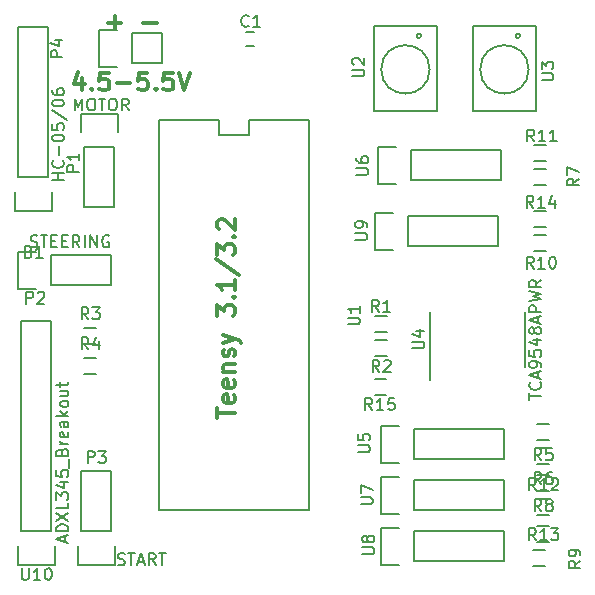
<source format=gto>
G04 #@! TF.FileFunction,Legend,Top*
%FSLAX46Y46*%
G04 Gerber Fmt 4.6, Leading zero omitted, Abs format (unit mm)*
G04 Created by KiCad (PCBNEW (2016-01-17 BZR 6493, Git da9ca2d)-product) date 19.01.2016 21.57.00*
%MOMM*%
G01*
G04 APERTURE LIST*
%ADD10C,0.100000*%
%ADD11C,0.300000*%
%ADD12C,0.150000*%
G04 APERTURE END LIST*
D10*
D11*
X107017704Y-57407691D02*
X107017704Y-58407691D01*
X106660561Y-56836263D02*
X106303418Y-57907691D01*
X107231990Y-57907691D01*
X107803418Y-58264834D02*
X107874846Y-58336263D01*
X107803418Y-58407691D01*
X107731989Y-58336263D01*
X107803418Y-58264834D01*
X107803418Y-58407691D01*
X109231990Y-56907691D02*
X108517704Y-56907691D01*
X108446275Y-57621977D01*
X108517704Y-57550549D01*
X108660561Y-57479120D01*
X109017704Y-57479120D01*
X109160561Y-57550549D01*
X109231990Y-57621977D01*
X109303418Y-57764834D01*
X109303418Y-58121977D01*
X109231990Y-58264834D01*
X109160561Y-58336263D01*
X109017704Y-58407691D01*
X108660561Y-58407691D01*
X108517704Y-58336263D01*
X108446275Y-58264834D01*
X109946275Y-57836263D02*
X111089132Y-57836263D01*
X112517704Y-56907691D02*
X111803418Y-56907691D01*
X111731989Y-57621977D01*
X111803418Y-57550549D01*
X111946275Y-57479120D01*
X112303418Y-57479120D01*
X112446275Y-57550549D01*
X112517704Y-57621977D01*
X112589132Y-57764834D01*
X112589132Y-58121977D01*
X112517704Y-58264834D01*
X112446275Y-58336263D01*
X112303418Y-58407691D01*
X111946275Y-58407691D01*
X111803418Y-58336263D01*
X111731989Y-58264834D01*
X113231989Y-58264834D02*
X113303417Y-58336263D01*
X113231989Y-58407691D01*
X113160560Y-58336263D01*
X113231989Y-58264834D01*
X113231989Y-58407691D01*
X114660561Y-56907691D02*
X113946275Y-56907691D01*
X113874846Y-57621977D01*
X113946275Y-57550549D01*
X114089132Y-57479120D01*
X114446275Y-57479120D01*
X114589132Y-57550549D01*
X114660561Y-57621977D01*
X114731989Y-57764834D01*
X114731989Y-58121977D01*
X114660561Y-58264834D01*
X114589132Y-58336263D01*
X114446275Y-58407691D01*
X114089132Y-58407691D01*
X113946275Y-58336263D01*
X113874846Y-58264834D01*
X115160560Y-56907691D02*
X115660560Y-58407691D01*
X116160560Y-56907691D01*
X109185652Y-52677523D02*
X110328509Y-52677523D01*
X109757080Y-53248951D02*
X109757080Y-52106094D01*
X112185652Y-52677523D02*
X113328509Y-52677523D01*
X118431571Y-86160499D02*
X118431571Y-85303356D01*
X119931571Y-85731927D02*
X118431571Y-85731927D01*
X119860143Y-84231928D02*
X119931571Y-84374785D01*
X119931571Y-84660499D01*
X119860143Y-84803356D01*
X119717286Y-84874785D01*
X119145857Y-84874785D01*
X119003000Y-84803356D01*
X118931571Y-84660499D01*
X118931571Y-84374785D01*
X119003000Y-84231928D01*
X119145857Y-84160499D01*
X119288714Y-84160499D01*
X119431571Y-84874785D01*
X119860143Y-82946214D02*
X119931571Y-83089071D01*
X119931571Y-83374785D01*
X119860143Y-83517642D01*
X119717286Y-83589071D01*
X119145857Y-83589071D01*
X119003000Y-83517642D01*
X118931571Y-83374785D01*
X118931571Y-83089071D01*
X119003000Y-82946214D01*
X119145857Y-82874785D01*
X119288714Y-82874785D01*
X119431571Y-83589071D01*
X118931571Y-82231928D02*
X119931571Y-82231928D01*
X119074429Y-82231928D02*
X119003000Y-82160500D01*
X118931571Y-82017642D01*
X118931571Y-81803357D01*
X119003000Y-81660500D01*
X119145857Y-81589071D01*
X119931571Y-81589071D01*
X119860143Y-80946214D02*
X119931571Y-80803357D01*
X119931571Y-80517642D01*
X119860143Y-80374785D01*
X119717286Y-80303357D01*
X119645857Y-80303357D01*
X119503000Y-80374785D01*
X119431571Y-80517642D01*
X119431571Y-80731928D01*
X119360143Y-80874785D01*
X119217286Y-80946214D01*
X119145857Y-80946214D01*
X119003000Y-80874785D01*
X118931571Y-80731928D01*
X118931571Y-80517642D01*
X119003000Y-80374785D01*
X118931571Y-79803356D02*
X119931571Y-79446213D01*
X118931571Y-79089071D02*
X119931571Y-79446213D01*
X120288714Y-79589071D01*
X120360143Y-79660499D01*
X120431571Y-79803356D01*
X118431571Y-77517642D02*
X118431571Y-76589071D01*
X119003000Y-77089071D01*
X119003000Y-76874785D01*
X119074429Y-76731928D01*
X119145857Y-76660499D01*
X119288714Y-76589071D01*
X119645857Y-76589071D01*
X119788714Y-76660499D01*
X119860143Y-76731928D01*
X119931571Y-76874785D01*
X119931571Y-77303357D01*
X119860143Y-77446214D01*
X119788714Y-77517642D01*
X119788714Y-75946214D02*
X119860143Y-75874786D01*
X119931571Y-75946214D01*
X119860143Y-76017643D01*
X119788714Y-75946214D01*
X119931571Y-75946214D01*
X119931571Y-74446214D02*
X119931571Y-75303357D01*
X119931571Y-74874785D02*
X118431571Y-74874785D01*
X118645857Y-75017642D01*
X118788714Y-75160500D01*
X118860143Y-75303357D01*
X118360143Y-72731929D02*
X120288714Y-74017643D01*
X118431571Y-72374785D02*
X118431571Y-71446214D01*
X119003000Y-71946214D01*
X119003000Y-71731928D01*
X119074429Y-71589071D01*
X119145857Y-71517642D01*
X119288714Y-71446214D01*
X119645857Y-71446214D01*
X119788714Y-71517642D01*
X119860143Y-71589071D01*
X119931571Y-71731928D01*
X119931571Y-72160500D01*
X119860143Y-72303357D01*
X119788714Y-72374785D01*
X119788714Y-70803357D02*
X119860143Y-70731929D01*
X119931571Y-70803357D01*
X119860143Y-70874786D01*
X119788714Y-70803357D01*
X119931571Y-70803357D01*
X118574429Y-70160500D02*
X118503000Y-70089071D01*
X118431571Y-69946214D01*
X118431571Y-69589071D01*
X118503000Y-69446214D01*
X118574429Y-69374785D01*
X118717286Y-69303357D01*
X118860143Y-69303357D01*
X119074429Y-69374785D01*
X119931571Y-70231928D01*
X119931571Y-69303357D01*
D12*
X136437000Y-81827000D02*
X136462000Y-81827000D01*
X136437000Y-77177000D02*
X136462000Y-77177000D01*
X144487000Y-77177000D02*
X144462000Y-77177000D01*
X144487000Y-81827000D02*
X144462000Y-81827000D01*
X136437000Y-81827000D02*
X136437000Y-77177000D01*
X144487000Y-81827000D02*
X144487000Y-77177000D01*
X136462000Y-81827000D02*
X136462000Y-82902000D01*
X126238000Y-60960000D02*
X126238000Y-93980000D01*
X126238000Y-93980000D02*
X113538000Y-93980000D01*
X113538000Y-93980000D02*
X113538000Y-60960000D01*
X113538000Y-60960000D02*
X118618000Y-60960000D01*
X118618000Y-60960000D02*
X118618000Y-62230000D01*
X118618000Y-62230000D02*
X121158000Y-62230000D01*
X121158000Y-62230000D02*
X121158000Y-60960000D01*
X121158000Y-60960000D02*
X126238000Y-60960000D01*
X120879120Y-53446120D02*
X121579120Y-53446120D01*
X121579120Y-54646120D02*
X120879120Y-54646120D01*
X107188000Y-63246000D02*
X107188000Y-68326000D01*
X107188000Y-68326000D02*
X109728000Y-68326000D01*
X109728000Y-68326000D02*
X109728000Y-63246000D01*
X110008000Y-60426000D02*
X110008000Y-61976000D01*
X109728000Y-63246000D02*
X107188000Y-63246000D01*
X106908000Y-61976000D02*
X106908000Y-60426000D01*
X106908000Y-60426000D02*
X110008000Y-60426000D01*
X104394000Y-74930000D02*
X109474000Y-74930000D01*
X109474000Y-74930000D02*
X109474000Y-72390000D01*
X109474000Y-72390000D02*
X104394000Y-72390000D01*
X101574000Y-72110000D02*
X103124000Y-72110000D01*
X104394000Y-72390000D02*
X104394000Y-74930000D01*
X103124000Y-75210000D02*
X101574000Y-75210000D01*
X101574000Y-75210000D02*
X101574000Y-72110000D01*
X109474000Y-95758000D02*
X109474000Y-90678000D01*
X109474000Y-90678000D02*
X106934000Y-90678000D01*
X106934000Y-90678000D02*
X106934000Y-95758000D01*
X106654000Y-98578000D02*
X106654000Y-97028000D01*
X106934000Y-95758000D02*
X109474000Y-95758000D01*
X109754000Y-97028000D02*
X109754000Y-98578000D01*
X109754000Y-98578000D02*
X106654000Y-98578000D01*
X101600000Y-65786000D02*
X101600000Y-53086000D01*
X101600000Y-53086000D02*
X104140000Y-53086000D01*
X104140000Y-53086000D02*
X104140000Y-65786000D01*
X101320000Y-68606000D02*
X101320000Y-67056000D01*
X101600000Y-65786000D02*
X104140000Y-65786000D01*
X104420000Y-67056000D02*
X104420000Y-68606000D01*
X104420000Y-68606000D02*
X101320000Y-68606000D01*
X111252000Y-53594000D02*
X113792000Y-53594000D01*
X108432000Y-53314000D02*
X109982000Y-53314000D01*
X111252000Y-53594000D02*
X111252000Y-56134000D01*
X109982000Y-56414000D02*
X108432000Y-56414000D01*
X108432000Y-56414000D02*
X108432000Y-53314000D01*
X111252000Y-56134000D02*
X113792000Y-56134000D01*
X113792000Y-56134000D02*
X113792000Y-53594000D01*
X131699000Y-53340000D02*
X131699000Y-52959000D01*
X131699000Y-52959000D02*
X137033000Y-52959000D01*
X137033000Y-52959000D02*
X137033000Y-60198000D01*
X137033000Y-60198000D02*
X131699000Y-60198000D01*
X131699000Y-60198000D02*
X131699000Y-53086000D01*
X135702441Y-53797200D02*
G75*
G03X135702441Y-53797200I-193441J0D01*
G01*
X136416332Y-56642000D02*
G75*
G03X136416332Y-56642000I-2050332J0D01*
G01*
X140081000Y-53340000D02*
X140081000Y-52959000D01*
X140081000Y-52959000D02*
X145415000Y-52959000D01*
X145415000Y-52959000D02*
X145415000Y-60198000D01*
X145415000Y-60198000D02*
X140081000Y-60198000D01*
X140081000Y-60198000D02*
X140081000Y-53086000D01*
X144084441Y-53797200D02*
G75*
G03X144084441Y-53797200I-193441J0D01*
G01*
X144798332Y-56642000D02*
G75*
G03X144798332Y-56642000I-2050332J0D01*
G01*
X135128000Y-89662000D02*
X142748000Y-89662000D01*
X135128000Y-87122000D02*
X142748000Y-87122000D01*
X132308000Y-86842000D02*
X133858000Y-86842000D01*
X142748000Y-89662000D02*
X142748000Y-87122000D01*
X135128000Y-87122000D02*
X135128000Y-89662000D01*
X133858000Y-89942000D02*
X132308000Y-89942000D01*
X132308000Y-89942000D02*
X132308000Y-86842000D01*
X134874000Y-66040000D02*
X142494000Y-66040000D01*
X134874000Y-63500000D02*
X142494000Y-63500000D01*
X132054000Y-63220000D02*
X133604000Y-63220000D01*
X142494000Y-66040000D02*
X142494000Y-63500000D01*
X134874000Y-63500000D02*
X134874000Y-66040000D01*
X133604000Y-66320000D02*
X132054000Y-66320000D01*
X132054000Y-66320000D02*
X132054000Y-63220000D01*
X135128000Y-93980000D02*
X142748000Y-93980000D01*
X135128000Y-91440000D02*
X142748000Y-91440000D01*
X132308000Y-91160000D02*
X133858000Y-91160000D01*
X142748000Y-93980000D02*
X142748000Y-91440000D01*
X135128000Y-91440000D02*
X135128000Y-93980000D01*
X133858000Y-94260000D02*
X132308000Y-94260000D01*
X132308000Y-94260000D02*
X132308000Y-91160000D01*
X135128000Y-98298000D02*
X142748000Y-98298000D01*
X135128000Y-95758000D02*
X142748000Y-95758000D01*
X132308000Y-95478000D02*
X133858000Y-95478000D01*
X142748000Y-98298000D02*
X142748000Y-95758000D01*
X135128000Y-95758000D02*
X135128000Y-98298000D01*
X133858000Y-98578000D02*
X132308000Y-98578000D01*
X132308000Y-98578000D02*
X132308000Y-95478000D01*
X134620000Y-71628000D02*
X142240000Y-71628000D01*
X134620000Y-69088000D02*
X142240000Y-69088000D01*
X131800000Y-68808000D02*
X133350000Y-68808000D01*
X142240000Y-71628000D02*
X142240000Y-69088000D01*
X134620000Y-69088000D02*
X134620000Y-71628000D01*
X133350000Y-71908000D02*
X131800000Y-71908000D01*
X131800000Y-71908000D02*
X131800000Y-68808000D01*
X101854000Y-95758000D02*
X101854000Y-77978000D01*
X101854000Y-77978000D02*
X104394000Y-77978000D01*
X104394000Y-77978000D02*
X104394000Y-95758000D01*
X101574000Y-98578000D02*
X101574000Y-97028000D01*
X101854000Y-95758000D02*
X104394000Y-95758000D01*
X104674000Y-97028000D02*
X104674000Y-98578000D01*
X104674000Y-98578000D02*
X101574000Y-98578000D01*
X132834000Y-78907000D02*
X131834000Y-78907000D01*
X131834000Y-77557000D02*
X132834000Y-77557000D01*
X132834000Y-80939000D02*
X131834000Y-80939000D01*
X131834000Y-79589000D02*
X132834000Y-79589000D01*
X108196000Y-79923000D02*
X107196000Y-79923000D01*
X107196000Y-78573000D02*
X108196000Y-78573000D01*
X108196000Y-82463000D02*
X107196000Y-82463000D01*
X107196000Y-81113000D02*
X108196000Y-81113000D01*
X145550000Y-86701000D02*
X146550000Y-86701000D01*
X146550000Y-88051000D02*
X145550000Y-88051000D01*
X145550000Y-88733000D02*
X146550000Y-88733000D01*
X146550000Y-90083000D02*
X145550000Y-90083000D01*
X145296000Y-63079000D02*
X146296000Y-63079000D01*
X146296000Y-64429000D02*
X145296000Y-64429000D01*
X145550000Y-91019000D02*
X146550000Y-91019000D01*
X146550000Y-92369000D02*
X145550000Y-92369000D01*
X145550000Y-95337000D02*
X146550000Y-95337000D01*
X146550000Y-96687000D02*
X145550000Y-96687000D01*
X145296000Y-68667000D02*
X146296000Y-68667000D01*
X146296000Y-70017000D02*
X145296000Y-70017000D01*
X146296000Y-66461000D02*
X145296000Y-66461000D01*
X145296000Y-65111000D02*
X146296000Y-65111000D01*
X146550000Y-94401000D02*
X145550000Y-94401000D01*
X145550000Y-93051000D02*
X146550000Y-93051000D01*
X146163920Y-98711380D02*
X145163920Y-98711380D01*
X145163920Y-97361380D02*
X146163920Y-97361380D01*
X146296000Y-72049000D02*
X145296000Y-72049000D01*
X145296000Y-70699000D02*
X146296000Y-70699000D01*
X132763060Y-84174960D02*
X131763060Y-84174960D01*
X131763060Y-82824960D02*
X132763060Y-82824960D01*
X134964381Y-80263905D02*
X135773905Y-80263905D01*
X135869143Y-80216286D01*
X135916762Y-80168667D01*
X135964381Y-80073429D01*
X135964381Y-79882952D01*
X135916762Y-79787714D01*
X135869143Y-79740095D01*
X135773905Y-79692476D01*
X134964381Y-79692476D01*
X135297714Y-78787714D02*
X135964381Y-78787714D01*
X134916762Y-79025810D02*
X135631048Y-79263905D01*
X135631048Y-78644857D01*
X144864381Y-84621048D02*
X144864381Y-84049619D01*
X145864381Y-84335334D02*
X144864381Y-84335334D01*
X145769143Y-83144857D02*
X145816762Y-83192476D01*
X145864381Y-83335333D01*
X145864381Y-83430571D01*
X145816762Y-83573429D01*
X145721524Y-83668667D01*
X145626286Y-83716286D01*
X145435810Y-83763905D01*
X145292952Y-83763905D01*
X145102476Y-83716286D01*
X145007238Y-83668667D01*
X144912000Y-83573429D01*
X144864381Y-83430571D01*
X144864381Y-83335333D01*
X144912000Y-83192476D01*
X144959619Y-83144857D01*
X145578667Y-82763905D02*
X145578667Y-82287714D01*
X145864381Y-82859143D02*
X144864381Y-82525810D01*
X145864381Y-82192476D01*
X145864381Y-81811524D02*
X145864381Y-81621048D01*
X145816762Y-81525809D01*
X145769143Y-81478190D01*
X145626286Y-81382952D01*
X145435810Y-81335333D01*
X145054857Y-81335333D01*
X144959619Y-81382952D01*
X144912000Y-81430571D01*
X144864381Y-81525809D01*
X144864381Y-81716286D01*
X144912000Y-81811524D01*
X144959619Y-81859143D01*
X145054857Y-81906762D01*
X145292952Y-81906762D01*
X145388190Y-81859143D01*
X145435810Y-81811524D01*
X145483429Y-81716286D01*
X145483429Y-81525809D01*
X145435810Y-81430571D01*
X145388190Y-81382952D01*
X145292952Y-81335333D01*
X144864381Y-80430571D02*
X144864381Y-80906762D01*
X145340571Y-80954381D01*
X145292952Y-80906762D01*
X145245333Y-80811524D01*
X145245333Y-80573428D01*
X145292952Y-80478190D01*
X145340571Y-80430571D01*
X145435810Y-80382952D01*
X145673905Y-80382952D01*
X145769143Y-80430571D01*
X145816762Y-80478190D01*
X145864381Y-80573428D01*
X145864381Y-80811524D01*
X145816762Y-80906762D01*
X145769143Y-80954381D01*
X145197714Y-79525809D02*
X145864381Y-79525809D01*
X144816762Y-79763905D02*
X145531048Y-80002000D01*
X145531048Y-79382952D01*
X145292952Y-78859143D02*
X145245333Y-78954381D01*
X145197714Y-79002000D01*
X145102476Y-79049619D01*
X145054857Y-79049619D01*
X144959619Y-79002000D01*
X144912000Y-78954381D01*
X144864381Y-78859143D01*
X144864381Y-78668666D01*
X144912000Y-78573428D01*
X144959619Y-78525809D01*
X145054857Y-78478190D01*
X145102476Y-78478190D01*
X145197714Y-78525809D01*
X145245333Y-78573428D01*
X145292952Y-78668666D01*
X145292952Y-78859143D01*
X145340571Y-78954381D01*
X145388190Y-79002000D01*
X145483429Y-79049619D01*
X145673905Y-79049619D01*
X145769143Y-79002000D01*
X145816762Y-78954381D01*
X145864381Y-78859143D01*
X145864381Y-78668666D01*
X145816762Y-78573428D01*
X145769143Y-78525809D01*
X145673905Y-78478190D01*
X145483429Y-78478190D01*
X145388190Y-78525809D01*
X145340571Y-78573428D01*
X145292952Y-78668666D01*
X145578667Y-78097238D02*
X145578667Y-77621047D01*
X145864381Y-78192476D02*
X144864381Y-77859143D01*
X145864381Y-77525809D01*
X145864381Y-77192476D02*
X144864381Y-77192476D01*
X144864381Y-76811523D01*
X144912000Y-76716285D01*
X144959619Y-76668666D01*
X145054857Y-76621047D01*
X145197714Y-76621047D01*
X145292952Y-76668666D01*
X145340571Y-76716285D01*
X145388190Y-76811523D01*
X145388190Y-77192476D01*
X144864381Y-76287714D02*
X145864381Y-76049619D01*
X145150095Y-75859142D01*
X145864381Y-75668666D01*
X144864381Y-75430571D01*
X145864381Y-74478190D02*
X145388190Y-74811524D01*
X145864381Y-75049619D02*
X144864381Y-75049619D01*
X144864381Y-74668666D01*
X144912000Y-74573428D01*
X144959619Y-74525809D01*
X145054857Y-74478190D01*
X145197714Y-74478190D01*
X145292952Y-74525809D01*
X145340571Y-74573428D01*
X145388190Y-74668666D01*
X145388190Y-75049619D01*
X129500381Y-78231905D02*
X130309905Y-78231905D01*
X130405143Y-78184286D01*
X130452762Y-78136667D01*
X130500381Y-78041429D01*
X130500381Y-77850952D01*
X130452762Y-77755714D01*
X130405143Y-77708095D01*
X130309905Y-77660476D01*
X129500381Y-77660476D01*
X130500381Y-76660476D02*
X130500381Y-77231905D01*
X130500381Y-76946191D02*
X129500381Y-76946191D01*
X129643238Y-77041429D01*
X129738476Y-77136667D01*
X129786095Y-77231905D01*
X121095474Y-52950383D02*
X121047855Y-52998002D01*
X120904998Y-53045621D01*
X120809760Y-53045621D01*
X120666902Y-52998002D01*
X120571664Y-52902764D01*
X120524045Y-52807526D01*
X120476426Y-52617050D01*
X120476426Y-52474192D01*
X120524045Y-52283716D01*
X120571664Y-52188478D01*
X120666902Y-52093240D01*
X120809760Y-52045621D01*
X120904998Y-52045621D01*
X121047855Y-52093240D01*
X121095474Y-52140859D01*
X122047855Y-53045621D02*
X121476426Y-53045621D01*
X121762140Y-53045621D02*
X121762140Y-52045621D01*
X121666902Y-52188478D01*
X121571664Y-52283716D01*
X121476426Y-52331335D01*
X106741221Y-65292195D02*
X105741221Y-65292195D01*
X105741221Y-64911242D01*
X105788840Y-64816004D01*
X105836459Y-64768385D01*
X105931697Y-64720766D01*
X106074554Y-64720766D01*
X106169792Y-64768385D01*
X106217411Y-64816004D01*
X106265030Y-64911242D01*
X106265030Y-65292195D01*
X106741221Y-63768385D02*
X106741221Y-64339814D01*
X106741221Y-64054100D02*
X105741221Y-64054100D01*
X105884078Y-64149338D01*
X105979316Y-64244576D01*
X106026935Y-64339814D01*
X106356115Y-60111901D02*
X106356115Y-59111901D01*
X106689449Y-59826187D01*
X107022782Y-59111901D01*
X107022782Y-60111901D01*
X107689448Y-59111901D02*
X107879925Y-59111901D01*
X107975163Y-59159520D01*
X108070401Y-59254758D01*
X108118020Y-59445234D01*
X108118020Y-59778568D01*
X108070401Y-59969044D01*
X107975163Y-60064282D01*
X107879925Y-60111901D01*
X107689448Y-60111901D01*
X107594210Y-60064282D01*
X107498972Y-59969044D01*
X107451353Y-59778568D01*
X107451353Y-59445234D01*
X107498972Y-59254758D01*
X107594210Y-59159520D01*
X107689448Y-59111901D01*
X108403734Y-59111901D02*
X108975163Y-59111901D01*
X108689448Y-60111901D02*
X108689448Y-59111901D01*
X109498972Y-59111901D02*
X109689449Y-59111901D01*
X109784687Y-59159520D01*
X109879925Y-59254758D01*
X109927544Y-59445234D01*
X109927544Y-59778568D01*
X109879925Y-59969044D01*
X109784687Y-60064282D01*
X109689449Y-60111901D01*
X109498972Y-60111901D01*
X109403734Y-60064282D01*
X109308496Y-59969044D01*
X109260877Y-59778568D01*
X109260877Y-59445234D01*
X109308496Y-59254758D01*
X109403734Y-59159520D01*
X109498972Y-59111901D01*
X110927544Y-60111901D02*
X110594210Y-59635710D01*
X110356115Y-60111901D02*
X110356115Y-59111901D01*
X110737068Y-59111901D01*
X110832306Y-59159520D01*
X110879925Y-59207139D01*
X110927544Y-59302377D01*
X110927544Y-59445234D01*
X110879925Y-59540472D01*
X110832306Y-59588091D01*
X110737068Y-59635710D01*
X110356115Y-59635710D01*
X102279225Y-76464421D02*
X102279225Y-75464421D01*
X102660178Y-75464421D01*
X102755416Y-75512040D01*
X102803035Y-75559659D01*
X102850654Y-75654897D01*
X102850654Y-75797754D01*
X102803035Y-75892992D01*
X102755416Y-75940611D01*
X102660178Y-75988230D01*
X102279225Y-75988230D01*
X103231606Y-75559659D02*
X103279225Y-75512040D01*
X103374463Y-75464421D01*
X103612559Y-75464421D01*
X103707797Y-75512040D01*
X103755416Y-75559659D01*
X103803035Y-75654897D01*
X103803035Y-75750135D01*
X103755416Y-75892992D01*
X103183987Y-76464421D01*
X103803035Y-76464421D01*
X102630387Y-71656842D02*
X102773244Y-71704461D01*
X103011340Y-71704461D01*
X103106578Y-71656842D01*
X103154197Y-71609223D01*
X103201816Y-71513985D01*
X103201816Y-71418747D01*
X103154197Y-71323509D01*
X103106578Y-71275890D01*
X103011340Y-71228270D01*
X102820863Y-71180651D01*
X102725625Y-71133032D01*
X102678006Y-71085413D01*
X102630387Y-70990175D01*
X102630387Y-70894937D01*
X102678006Y-70799699D01*
X102725625Y-70752080D01*
X102820863Y-70704461D01*
X103058959Y-70704461D01*
X103201816Y-70752080D01*
X103487530Y-70704461D02*
X104058959Y-70704461D01*
X103773244Y-71704461D02*
X103773244Y-70704461D01*
X104392292Y-71180651D02*
X104725626Y-71180651D01*
X104868483Y-71704461D02*
X104392292Y-71704461D01*
X104392292Y-70704461D01*
X104868483Y-70704461D01*
X105297054Y-71180651D02*
X105630388Y-71180651D01*
X105773245Y-71704461D02*
X105297054Y-71704461D01*
X105297054Y-70704461D01*
X105773245Y-70704461D01*
X106773245Y-71704461D02*
X106439911Y-71228270D01*
X106201816Y-71704461D02*
X106201816Y-70704461D01*
X106582769Y-70704461D01*
X106678007Y-70752080D01*
X106725626Y-70799699D01*
X106773245Y-70894937D01*
X106773245Y-71037794D01*
X106725626Y-71133032D01*
X106678007Y-71180651D01*
X106582769Y-71228270D01*
X106201816Y-71228270D01*
X107201816Y-71704461D02*
X107201816Y-70704461D01*
X107678006Y-71704461D02*
X107678006Y-70704461D01*
X108249435Y-71704461D01*
X108249435Y-70704461D01*
X109249435Y-70752080D02*
X109154197Y-70704461D01*
X109011340Y-70704461D01*
X108868482Y-70752080D01*
X108773244Y-70847318D01*
X108725625Y-70942556D01*
X108678006Y-71133032D01*
X108678006Y-71275890D01*
X108725625Y-71466366D01*
X108773244Y-71561604D01*
X108868482Y-71656842D01*
X109011340Y-71704461D01*
X109106578Y-71704461D01*
X109249435Y-71656842D01*
X109297054Y-71609223D01*
X109297054Y-71275890D01*
X109106578Y-71275890D01*
X107476065Y-89969601D02*
X107476065Y-88969601D01*
X107857018Y-88969601D01*
X107952256Y-89017220D01*
X107999875Y-89064839D01*
X108047494Y-89160077D01*
X108047494Y-89302934D01*
X107999875Y-89398172D01*
X107952256Y-89445791D01*
X107857018Y-89493410D01*
X107476065Y-89493410D01*
X108380827Y-88969601D02*
X108999875Y-88969601D01*
X108666541Y-89350553D01*
X108809399Y-89350553D01*
X108904637Y-89398172D01*
X108952256Y-89445791D01*
X108999875Y-89541030D01*
X108999875Y-89779125D01*
X108952256Y-89874363D01*
X108904637Y-89921982D01*
X108809399Y-89969601D01*
X108523684Y-89969601D01*
X108428446Y-89921982D01*
X108380827Y-89874363D01*
X110027649Y-98563062D02*
X110170506Y-98610681D01*
X110408602Y-98610681D01*
X110503840Y-98563062D01*
X110551459Y-98515443D01*
X110599078Y-98420205D01*
X110599078Y-98324967D01*
X110551459Y-98229729D01*
X110503840Y-98182110D01*
X110408602Y-98134490D01*
X110218125Y-98086871D01*
X110122887Y-98039252D01*
X110075268Y-97991633D01*
X110027649Y-97896395D01*
X110027649Y-97801157D01*
X110075268Y-97705919D01*
X110122887Y-97658300D01*
X110218125Y-97610681D01*
X110456221Y-97610681D01*
X110599078Y-97658300D01*
X110884792Y-97610681D02*
X111456221Y-97610681D01*
X111170506Y-98610681D02*
X111170506Y-97610681D01*
X111741935Y-98324967D02*
X112218126Y-98324967D01*
X111646697Y-98610681D02*
X111980030Y-97610681D01*
X112313364Y-98610681D01*
X113218126Y-98610681D02*
X112884792Y-98134490D01*
X112646697Y-98610681D02*
X112646697Y-97610681D01*
X113027650Y-97610681D01*
X113122888Y-97658300D01*
X113170507Y-97705919D01*
X113218126Y-97801157D01*
X113218126Y-97944014D01*
X113170507Y-98039252D01*
X113122888Y-98086871D01*
X113027650Y-98134490D01*
X112646697Y-98134490D01*
X113503840Y-97610681D02*
X114075269Y-97610681D01*
X113789554Y-98610681D02*
X113789554Y-97610681D01*
X102465239Y-72084571D02*
X102608096Y-72132190D01*
X102655715Y-72179810D01*
X102703334Y-72275048D01*
X102703334Y-72417905D01*
X102655715Y-72513143D01*
X102608096Y-72560762D01*
X102512858Y-72608381D01*
X102131905Y-72608381D01*
X102131905Y-71608381D01*
X102465239Y-71608381D01*
X102560477Y-71656000D01*
X102608096Y-71703619D01*
X102655715Y-71798857D01*
X102655715Y-71894095D01*
X102608096Y-71989333D01*
X102560477Y-72036952D01*
X102465239Y-72084571D01*
X102131905Y-72084571D01*
X103655715Y-72608381D02*
X103084286Y-72608381D01*
X103370000Y-72608381D02*
X103370000Y-71608381D01*
X103274762Y-71751238D01*
X103179524Y-71846476D01*
X103084286Y-71894095D01*
X105458521Y-65971893D02*
X104458521Y-65971893D01*
X104934711Y-65971893D02*
X104934711Y-65400464D01*
X105458521Y-65400464D02*
X104458521Y-65400464D01*
X105363283Y-64352845D02*
X105410902Y-64400464D01*
X105458521Y-64543321D01*
X105458521Y-64638559D01*
X105410902Y-64781417D01*
X105315664Y-64876655D01*
X105220426Y-64924274D01*
X105029950Y-64971893D01*
X104887092Y-64971893D01*
X104696616Y-64924274D01*
X104601378Y-64876655D01*
X104506140Y-64781417D01*
X104458521Y-64638559D01*
X104458521Y-64543321D01*
X104506140Y-64400464D01*
X104553759Y-64352845D01*
X105077569Y-63924274D02*
X105077569Y-63162369D01*
X104458521Y-62495703D02*
X104458521Y-62400464D01*
X104506140Y-62305226D01*
X104553759Y-62257607D01*
X104648997Y-62209988D01*
X104839473Y-62162369D01*
X105077569Y-62162369D01*
X105268045Y-62209988D01*
X105363283Y-62257607D01*
X105410902Y-62305226D01*
X105458521Y-62400464D01*
X105458521Y-62495703D01*
X105410902Y-62590941D01*
X105363283Y-62638560D01*
X105268045Y-62686179D01*
X105077569Y-62733798D01*
X104839473Y-62733798D01*
X104648997Y-62686179D01*
X104553759Y-62638560D01*
X104506140Y-62590941D01*
X104458521Y-62495703D01*
X104458521Y-61257607D02*
X104458521Y-61733798D01*
X104934711Y-61781417D01*
X104887092Y-61733798D01*
X104839473Y-61638560D01*
X104839473Y-61400464D01*
X104887092Y-61305226D01*
X104934711Y-61257607D01*
X105029950Y-61209988D01*
X105268045Y-61209988D01*
X105363283Y-61257607D01*
X105410902Y-61305226D01*
X105458521Y-61400464D01*
X105458521Y-61638560D01*
X105410902Y-61733798D01*
X105363283Y-61781417D01*
X104410902Y-60067131D02*
X105696616Y-60924274D01*
X104458521Y-59543322D02*
X104458521Y-59448083D01*
X104506140Y-59352845D01*
X104553759Y-59305226D01*
X104648997Y-59257607D01*
X104839473Y-59209988D01*
X105077569Y-59209988D01*
X105268045Y-59257607D01*
X105363283Y-59305226D01*
X105410902Y-59352845D01*
X105458521Y-59448083D01*
X105458521Y-59543322D01*
X105410902Y-59638560D01*
X105363283Y-59686179D01*
X105268045Y-59733798D01*
X105077569Y-59781417D01*
X104839473Y-59781417D01*
X104648997Y-59733798D01*
X104553759Y-59686179D01*
X104506140Y-59638560D01*
X104458521Y-59543322D01*
X104458521Y-58352845D02*
X104458521Y-58543322D01*
X104506140Y-58638560D01*
X104553759Y-58686179D01*
X104696616Y-58781417D01*
X104887092Y-58829036D01*
X105268045Y-58829036D01*
X105363283Y-58781417D01*
X105410902Y-58733798D01*
X105458521Y-58638560D01*
X105458521Y-58448083D01*
X105410902Y-58352845D01*
X105363283Y-58305226D01*
X105268045Y-58257607D01*
X105029950Y-58257607D01*
X104934711Y-58305226D01*
X104887092Y-58352845D01*
X104839473Y-58448083D01*
X104839473Y-58638560D01*
X104887092Y-58733798D01*
X104934711Y-58781417D01*
X105029950Y-58829036D01*
X105334381Y-55602095D02*
X104334381Y-55602095D01*
X104334381Y-55221142D01*
X104382000Y-55125904D01*
X104429619Y-55078285D01*
X104524857Y-55030666D01*
X104667714Y-55030666D01*
X104762952Y-55078285D01*
X104810571Y-55125904D01*
X104858190Y-55221142D01*
X104858190Y-55602095D01*
X104667714Y-54173523D02*
X105334381Y-54173523D01*
X104286762Y-54411619D02*
X105001048Y-54649714D01*
X105001048Y-54030666D01*
X129886461Y-57233725D02*
X130695985Y-57233725D01*
X130791223Y-57186106D01*
X130838842Y-57138487D01*
X130886461Y-57043249D01*
X130886461Y-56852772D01*
X130838842Y-56757534D01*
X130791223Y-56709915D01*
X130695985Y-56662296D01*
X129886461Y-56662296D01*
X129981699Y-56233725D02*
X129934080Y-56186106D01*
X129886461Y-56090868D01*
X129886461Y-55852772D01*
X129934080Y-55757534D01*
X129981699Y-55709915D01*
X130076937Y-55662296D01*
X130172175Y-55662296D01*
X130315032Y-55709915D01*
X130886461Y-56281344D01*
X130886461Y-55662296D01*
X145898621Y-57551225D02*
X146708145Y-57551225D01*
X146803383Y-57503606D01*
X146851002Y-57455987D01*
X146898621Y-57360749D01*
X146898621Y-57170272D01*
X146851002Y-57075034D01*
X146803383Y-57027415D01*
X146708145Y-56979796D01*
X145898621Y-56979796D01*
X145898621Y-56598844D02*
X145898621Y-55979796D01*
X146279573Y-56313130D01*
X146279573Y-56170272D01*
X146327192Y-56075034D01*
X146374811Y-56027415D01*
X146470050Y-55979796D01*
X146708145Y-55979796D01*
X146803383Y-56027415D01*
X146851002Y-56075034D01*
X146898621Y-56170272D01*
X146898621Y-56455987D01*
X146851002Y-56551225D01*
X146803383Y-56598844D01*
X130358901Y-89054845D02*
X131168425Y-89054845D01*
X131263663Y-89007226D01*
X131311282Y-88959607D01*
X131358901Y-88864369D01*
X131358901Y-88673892D01*
X131311282Y-88578654D01*
X131263663Y-88531035D01*
X131168425Y-88483416D01*
X130358901Y-88483416D01*
X130358901Y-87531035D02*
X130358901Y-88007226D01*
X130835091Y-88054845D01*
X130787472Y-88007226D01*
X130739853Y-87911988D01*
X130739853Y-87673892D01*
X130787472Y-87578654D01*
X130835091Y-87531035D01*
X130930330Y-87483416D01*
X131168425Y-87483416D01*
X131263663Y-87531035D01*
X131311282Y-87578654D01*
X131358901Y-87673892D01*
X131358901Y-87911988D01*
X131311282Y-88007226D01*
X131263663Y-88054845D01*
X130224281Y-65580165D02*
X131033805Y-65580165D01*
X131129043Y-65532546D01*
X131176662Y-65484927D01*
X131224281Y-65389689D01*
X131224281Y-65199212D01*
X131176662Y-65103974D01*
X131129043Y-65056355D01*
X131033805Y-65008736D01*
X130224281Y-65008736D01*
X130224281Y-64103974D02*
X130224281Y-64294451D01*
X130271900Y-64389689D01*
X130319519Y-64437308D01*
X130462376Y-64532546D01*
X130652852Y-64580165D01*
X131033805Y-64580165D01*
X131129043Y-64532546D01*
X131176662Y-64484927D01*
X131224281Y-64389689D01*
X131224281Y-64199212D01*
X131176662Y-64103974D01*
X131129043Y-64056355D01*
X131033805Y-64008736D01*
X130795710Y-64008736D01*
X130700471Y-64056355D01*
X130652852Y-64103974D01*
X130605233Y-64199212D01*
X130605233Y-64389689D01*
X130652852Y-64484927D01*
X130700471Y-64532546D01*
X130795710Y-64580165D01*
X130587501Y-93454125D02*
X131397025Y-93454125D01*
X131492263Y-93406506D01*
X131539882Y-93358887D01*
X131587501Y-93263649D01*
X131587501Y-93073172D01*
X131539882Y-92977934D01*
X131492263Y-92930315D01*
X131397025Y-92882696D01*
X130587501Y-92882696D01*
X130587501Y-92501744D02*
X130587501Y-91835077D01*
X131587501Y-92263649D01*
X130719581Y-97680685D02*
X131529105Y-97680685D01*
X131624343Y-97633066D01*
X131671962Y-97585447D01*
X131719581Y-97490209D01*
X131719581Y-97299732D01*
X131671962Y-97204494D01*
X131624343Y-97156875D01*
X131529105Y-97109256D01*
X130719581Y-97109256D01*
X131148152Y-96490209D02*
X131100533Y-96585447D01*
X131052914Y-96633066D01*
X130957676Y-96680685D01*
X130910057Y-96680685D01*
X130814819Y-96633066D01*
X130767200Y-96585447D01*
X130719581Y-96490209D01*
X130719581Y-96299732D01*
X130767200Y-96204494D01*
X130814819Y-96156875D01*
X130910057Y-96109256D01*
X130957676Y-96109256D01*
X131052914Y-96156875D01*
X131100533Y-96204494D01*
X131148152Y-96299732D01*
X131148152Y-96490209D01*
X131195771Y-96585447D01*
X131243390Y-96633066D01*
X131338629Y-96680685D01*
X131529105Y-96680685D01*
X131624343Y-96633066D01*
X131671962Y-96585447D01*
X131719581Y-96490209D01*
X131719581Y-96299732D01*
X131671962Y-96204494D01*
X131624343Y-96156875D01*
X131529105Y-96109256D01*
X131338629Y-96109256D01*
X131243390Y-96156875D01*
X131195771Y-96204494D01*
X131148152Y-96299732D01*
X130130301Y-71064025D02*
X130939825Y-71064025D01*
X131035063Y-71016406D01*
X131082682Y-70968787D01*
X131130301Y-70873549D01*
X131130301Y-70683072D01*
X131082682Y-70587834D01*
X131035063Y-70540215D01*
X130939825Y-70492596D01*
X130130301Y-70492596D01*
X131130301Y-69968787D02*
X131130301Y-69778311D01*
X131082682Y-69683072D01*
X131035063Y-69635453D01*
X130892206Y-69540215D01*
X130701730Y-69492596D01*
X130320777Y-69492596D01*
X130225539Y-69540215D01*
X130177920Y-69587834D01*
X130130301Y-69683072D01*
X130130301Y-69873549D01*
X130177920Y-69968787D01*
X130225539Y-70016406D01*
X130320777Y-70064025D01*
X130558872Y-70064025D01*
X130654110Y-70016406D01*
X130701730Y-69968787D01*
X130749349Y-69873549D01*
X130749349Y-69683072D01*
X130701730Y-69587834D01*
X130654110Y-69540215D01*
X130558872Y-69492596D01*
X101885905Y-98867981D02*
X101885905Y-99677505D01*
X101933524Y-99772743D01*
X101981143Y-99820362D01*
X102076381Y-99867981D01*
X102266858Y-99867981D01*
X102362096Y-99820362D01*
X102409715Y-99772743D01*
X102457334Y-99677505D01*
X102457334Y-98867981D01*
X103457334Y-99867981D02*
X102885905Y-99867981D01*
X103171619Y-99867981D02*
X103171619Y-98867981D01*
X103076381Y-99010838D01*
X102981143Y-99106076D01*
X102885905Y-99153695D01*
X104076381Y-98867981D02*
X104171620Y-98867981D01*
X104266858Y-98915600D01*
X104314477Y-98963219D01*
X104362096Y-99058457D01*
X104409715Y-99248933D01*
X104409715Y-99487029D01*
X104362096Y-99677505D01*
X104314477Y-99772743D01*
X104266858Y-99820362D01*
X104171620Y-99867981D01*
X104076381Y-99867981D01*
X103981143Y-99820362D01*
X103933524Y-99772743D01*
X103885905Y-99677505D01*
X103838286Y-99487029D01*
X103838286Y-99248933D01*
X103885905Y-99058457D01*
X103933524Y-98963219D01*
X103981143Y-98915600D01*
X104076381Y-98867981D01*
X105538567Y-96645527D02*
X105538567Y-96169336D01*
X105824281Y-96740765D02*
X104824281Y-96407432D01*
X105824281Y-96074098D01*
X105824281Y-95740765D02*
X104824281Y-95740765D01*
X104824281Y-95502670D01*
X104871900Y-95359812D01*
X104967138Y-95264574D01*
X105062376Y-95216955D01*
X105252852Y-95169336D01*
X105395710Y-95169336D01*
X105586186Y-95216955D01*
X105681424Y-95264574D01*
X105776662Y-95359812D01*
X105824281Y-95502670D01*
X105824281Y-95740765D01*
X104824281Y-94836003D02*
X105824281Y-94169336D01*
X104824281Y-94169336D02*
X105824281Y-94836003D01*
X105824281Y-93312193D02*
X105824281Y-93788384D01*
X104824281Y-93788384D01*
X104824281Y-93074098D02*
X104824281Y-92455050D01*
X105205233Y-92788384D01*
X105205233Y-92645526D01*
X105252852Y-92550288D01*
X105300471Y-92502669D01*
X105395710Y-92455050D01*
X105633805Y-92455050D01*
X105729043Y-92502669D01*
X105776662Y-92550288D01*
X105824281Y-92645526D01*
X105824281Y-92931241D01*
X105776662Y-93026479D01*
X105729043Y-93074098D01*
X105157614Y-91597907D02*
X105824281Y-91597907D01*
X104776662Y-91836003D02*
X105490948Y-92074098D01*
X105490948Y-91455050D01*
X104824281Y-90597907D02*
X104824281Y-91074098D01*
X105300471Y-91121717D01*
X105252852Y-91074098D01*
X105205233Y-90978860D01*
X105205233Y-90740764D01*
X105252852Y-90645526D01*
X105300471Y-90597907D01*
X105395710Y-90550288D01*
X105633805Y-90550288D01*
X105729043Y-90597907D01*
X105776662Y-90645526D01*
X105824281Y-90740764D01*
X105824281Y-90978860D01*
X105776662Y-91074098D01*
X105729043Y-91121717D01*
X105919519Y-90359812D02*
X105919519Y-89597907D01*
X105300471Y-89026478D02*
X105348090Y-88883621D01*
X105395710Y-88836002D01*
X105490948Y-88788383D01*
X105633805Y-88788383D01*
X105729043Y-88836002D01*
X105776662Y-88883621D01*
X105824281Y-88978859D01*
X105824281Y-89359812D01*
X104824281Y-89359812D01*
X104824281Y-89026478D01*
X104871900Y-88931240D01*
X104919519Y-88883621D01*
X105014757Y-88836002D01*
X105109995Y-88836002D01*
X105205233Y-88883621D01*
X105252852Y-88931240D01*
X105300471Y-89026478D01*
X105300471Y-89359812D01*
X105824281Y-88359812D02*
X105157614Y-88359812D01*
X105348090Y-88359812D02*
X105252852Y-88312193D01*
X105205233Y-88264574D01*
X105157614Y-88169336D01*
X105157614Y-88074097D01*
X105776662Y-87359811D02*
X105824281Y-87455049D01*
X105824281Y-87645526D01*
X105776662Y-87740764D01*
X105681424Y-87788383D01*
X105300471Y-87788383D01*
X105205233Y-87740764D01*
X105157614Y-87645526D01*
X105157614Y-87455049D01*
X105205233Y-87359811D01*
X105300471Y-87312192D01*
X105395710Y-87312192D01*
X105490948Y-87788383D01*
X105824281Y-86455049D02*
X105300471Y-86455049D01*
X105205233Y-86502668D01*
X105157614Y-86597906D01*
X105157614Y-86788383D01*
X105205233Y-86883621D01*
X105776662Y-86455049D02*
X105824281Y-86550287D01*
X105824281Y-86788383D01*
X105776662Y-86883621D01*
X105681424Y-86931240D01*
X105586186Y-86931240D01*
X105490948Y-86883621D01*
X105443329Y-86788383D01*
X105443329Y-86550287D01*
X105395710Y-86455049D01*
X105824281Y-85978859D02*
X104824281Y-85978859D01*
X105443329Y-85883621D02*
X105824281Y-85597906D01*
X105157614Y-85597906D02*
X105538567Y-85978859D01*
X105824281Y-85026478D02*
X105776662Y-85121716D01*
X105729043Y-85169335D01*
X105633805Y-85216954D01*
X105348090Y-85216954D01*
X105252852Y-85169335D01*
X105205233Y-85121716D01*
X105157614Y-85026478D01*
X105157614Y-84883620D01*
X105205233Y-84788382D01*
X105252852Y-84740763D01*
X105348090Y-84693144D01*
X105633805Y-84693144D01*
X105729043Y-84740763D01*
X105776662Y-84788382D01*
X105824281Y-84883620D01*
X105824281Y-85026478D01*
X105157614Y-83836001D02*
X105824281Y-83836001D01*
X105157614Y-84264573D02*
X105681424Y-84264573D01*
X105776662Y-84216954D01*
X105824281Y-84121716D01*
X105824281Y-83978858D01*
X105776662Y-83883620D01*
X105729043Y-83836001D01*
X105157614Y-83502668D02*
X105157614Y-83121716D01*
X104824281Y-83359811D02*
X105681424Y-83359811D01*
X105776662Y-83312192D01*
X105824281Y-83216954D01*
X105824281Y-83121716D01*
X132129234Y-77170541D02*
X131795900Y-76694350D01*
X131557805Y-77170541D02*
X131557805Y-76170541D01*
X131938758Y-76170541D01*
X132033996Y-76218160D01*
X132081615Y-76265779D01*
X132129234Y-76361017D01*
X132129234Y-76503874D01*
X132081615Y-76599112D01*
X132033996Y-76646731D01*
X131938758Y-76694350D01*
X131557805Y-76694350D01*
X133081615Y-77170541D02*
X132510186Y-77170541D01*
X132795900Y-77170541D02*
X132795900Y-76170541D01*
X132700662Y-76313398D01*
X132605424Y-76408636D01*
X132510186Y-76456255D01*
X132167334Y-82265781D02*
X131834000Y-81789590D01*
X131595905Y-82265781D02*
X131595905Y-81265781D01*
X131976858Y-81265781D01*
X132072096Y-81313400D01*
X132119715Y-81361019D01*
X132167334Y-81456257D01*
X132167334Y-81599114D01*
X132119715Y-81694352D01*
X132072096Y-81741971D01*
X131976858Y-81789590D01*
X131595905Y-81789590D01*
X132548286Y-81361019D02*
X132595905Y-81313400D01*
X132691143Y-81265781D01*
X132929239Y-81265781D01*
X133024477Y-81313400D01*
X133072096Y-81361019D01*
X133119715Y-81456257D01*
X133119715Y-81551495D01*
X133072096Y-81694352D01*
X132500667Y-82265781D01*
X133119715Y-82265781D01*
X107529334Y-77800381D02*
X107196000Y-77324190D01*
X106957905Y-77800381D02*
X106957905Y-76800381D01*
X107338858Y-76800381D01*
X107434096Y-76848000D01*
X107481715Y-76895619D01*
X107529334Y-76990857D01*
X107529334Y-77133714D01*
X107481715Y-77228952D01*
X107434096Y-77276571D01*
X107338858Y-77324190D01*
X106957905Y-77324190D01*
X107862667Y-76800381D02*
X108481715Y-76800381D01*
X108148381Y-77181333D01*
X108291239Y-77181333D01*
X108386477Y-77228952D01*
X108434096Y-77276571D01*
X108481715Y-77371810D01*
X108481715Y-77609905D01*
X108434096Y-77705143D01*
X108386477Y-77752762D01*
X108291239Y-77800381D01*
X108005524Y-77800381D01*
X107910286Y-77752762D01*
X107862667Y-77705143D01*
X107529334Y-80340381D02*
X107196000Y-79864190D01*
X106957905Y-80340381D02*
X106957905Y-79340381D01*
X107338858Y-79340381D01*
X107434096Y-79388000D01*
X107481715Y-79435619D01*
X107529334Y-79530857D01*
X107529334Y-79673714D01*
X107481715Y-79768952D01*
X107434096Y-79816571D01*
X107338858Y-79864190D01*
X106957905Y-79864190D01*
X108386477Y-79673714D02*
X108386477Y-80340381D01*
X108148381Y-79292762D02*
X107910286Y-80007048D01*
X108529334Y-80007048D01*
X145883334Y-89728381D02*
X145550000Y-89252190D01*
X145311905Y-89728381D02*
X145311905Y-88728381D01*
X145692858Y-88728381D01*
X145788096Y-88776000D01*
X145835715Y-88823619D01*
X145883334Y-88918857D01*
X145883334Y-89061714D01*
X145835715Y-89156952D01*
X145788096Y-89204571D01*
X145692858Y-89252190D01*
X145311905Y-89252190D01*
X146788096Y-88728381D02*
X146311905Y-88728381D01*
X146264286Y-89204571D01*
X146311905Y-89156952D01*
X146407143Y-89109333D01*
X146645239Y-89109333D01*
X146740477Y-89156952D01*
X146788096Y-89204571D01*
X146835715Y-89299810D01*
X146835715Y-89537905D01*
X146788096Y-89633143D01*
X146740477Y-89680762D01*
X146645239Y-89728381D01*
X146407143Y-89728381D01*
X146311905Y-89680762D01*
X146264286Y-89633143D01*
X145883334Y-91760381D02*
X145550000Y-91284190D01*
X145311905Y-91760381D02*
X145311905Y-90760381D01*
X145692858Y-90760381D01*
X145788096Y-90808000D01*
X145835715Y-90855619D01*
X145883334Y-90950857D01*
X145883334Y-91093714D01*
X145835715Y-91188952D01*
X145788096Y-91236571D01*
X145692858Y-91284190D01*
X145311905Y-91284190D01*
X146740477Y-90760381D02*
X146550000Y-90760381D01*
X146454762Y-90808000D01*
X146407143Y-90855619D01*
X146311905Y-90998476D01*
X146264286Y-91188952D01*
X146264286Y-91569905D01*
X146311905Y-91665143D01*
X146359524Y-91712762D01*
X146454762Y-91760381D01*
X146645239Y-91760381D01*
X146740477Y-91712762D01*
X146788096Y-91665143D01*
X146835715Y-91569905D01*
X146835715Y-91331810D01*
X146788096Y-91236571D01*
X146740477Y-91188952D01*
X146645239Y-91141333D01*
X146454762Y-91141333D01*
X146359524Y-91188952D01*
X146311905Y-91236571D01*
X146264286Y-91331810D01*
X149047461Y-65891706D02*
X148571270Y-66225040D01*
X149047461Y-66463135D02*
X148047461Y-66463135D01*
X148047461Y-66082182D01*
X148095080Y-65986944D01*
X148142699Y-65939325D01*
X148237937Y-65891706D01*
X148380794Y-65891706D01*
X148476032Y-65939325D01*
X148523651Y-65986944D01*
X148571270Y-66082182D01*
X148571270Y-66463135D01*
X148047461Y-65558373D02*
X148047461Y-64891706D01*
X149047461Y-65320278D01*
X145883334Y-94046381D02*
X145550000Y-93570190D01*
X145311905Y-94046381D02*
X145311905Y-93046381D01*
X145692858Y-93046381D01*
X145788096Y-93094000D01*
X145835715Y-93141619D01*
X145883334Y-93236857D01*
X145883334Y-93379714D01*
X145835715Y-93474952D01*
X145788096Y-93522571D01*
X145692858Y-93570190D01*
X145311905Y-93570190D01*
X146454762Y-93474952D02*
X146359524Y-93427333D01*
X146311905Y-93379714D01*
X146264286Y-93284476D01*
X146264286Y-93236857D01*
X146311905Y-93141619D01*
X146359524Y-93094000D01*
X146454762Y-93046381D01*
X146645239Y-93046381D01*
X146740477Y-93094000D01*
X146788096Y-93141619D01*
X146835715Y-93236857D01*
X146835715Y-93284476D01*
X146788096Y-93379714D01*
X146740477Y-93427333D01*
X146645239Y-93474952D01*
X146454762Y-93474952D01*
X146359524Y-93522571D01*
X146311905Y-93570190D01*
X146264286Y-93665429D01*
X146264286Y-93855905D01*
X146311905Y-93951143D01*
X146359524Y-93998762D01*
X146454762Y-94046381D01*
X146645239Y-94046381D01*
X146740477Y-93998762D01*
X146788096Y-93951143D01*
X146835715Y-93855905D01*
X146835715Y-93665429D01*
X146788096Y-93570190D01*
X146740477Y-93522571D01*
X146645239Y-93474952D01*
X149179541Y-98246226D02*
X148703350Y-98579560D01*
X149179541Y-98817655D02*
X148179541Y-98817655D01*
X148179541Y-98436702D01*
X148227160Y-98341464D01*
X148274779Y-98293845D01*
X148370017Y-98246226D01*
X148512874Y-98246226D01*
X148608112Y-98293845D01*
X148655731Y-98341464D01*
X148703350Y-98436702D01*
X148703350Y-98817655D01*
X149179541Y-97770036D02*
X149179541Y-97579560D01*
X149131922Y-97484321D01*
X149084303Y-97436702D01*
X148941446Y-97341464D01*
X148750970Y-97293845D01*
X148370017Y-97293845D01*
X148274779Y-97341464D01*
X148227160Y-97389083D01*
X148179541Y-97484321D01*
X148179541Y-97674798D01*
X148227160Y-97770036D01*
X148274779Y-97817655D01*
X148370017Y-97865274D01*
X148608112Y-97865274D01*
X148703350Y-97817655D01*
X148750970Y-97770036D01*
X148798589Y-97674798D01*
X148798589Y-97484321D01*
X148750970Y-97389083D01*
X148703350Y-97341464D01*
X148608112Y-97293845D01*
X145219183Y-73505321D02*
X144885849Y-73029130D01*
X144647754Y-73505321D02*
X144647754Y-72505321D01*
X145028707Y-72505321D01*
X145123945Y-72552940D01*
X145171564Y-72600559D01*
X145219183Y-72695797D01*
X145219183Y-72838654D01*
X145171564Y-72933892D01*
X145123945Y-72981511D01*
X145028707Y-73029130D01*
X144647754Y-73029130D01*
X146171564Y-73505321D02*
X145600135Y-73505321D01*
X145885849Y-73505321D02*
X145885849Y-72505321D01*
X145790611Y-72648178D01*
X145695373Y-72743416D01*
X145600135Y-72791035D01*
X146790611Y-72505321D02*
X146885850Y-72505321D01*
X146981088Y-72552940D01*
X147028707Y-72600559D01*
X147076326Y-72695797D01*
X147123945Y-72886273D01*
X147123945Y-73124369D01*
X147076326Y-73314845D01*
X147028707Y-73410083D01*
X146981088Y-73457702D01*
X146885850Y-73505321D01*
X146790611Y-73505321D01*
X146695373Y-73457702D01*
X146647754Y-73410083D01*
X146600135Y-73314845D01*
X146552516Y-73124369D01*
X146552516Y-72886273D01*
X146600135Y-72695797D01*
X146647754Y-72600559D01*
X146695373Y-72552940D01*
X146790611Y-72505321D01*
X145264903Y-62735721D02*
X144931569Y-62259530D01*
X144693474Y-62735721D02*
X144693474Y-61735721D01*
X145074427Y-61735721D01*
X145169665Y-61783340D01*
X145217284Y-61830959D01*
X145264903Y-61926197D01*
X145264903Y-62069054D01*
X145217284Y-62164292D01*
X145169665Y-62211911D01*
X145074427Y-62259530D01*
X144693474Y-62259530D01*
X146217284Y-62735721D02*
X145645855Y-62735721D01*
X145931569Y-62735721D02*
X145931569Y-61735721D01*
X145836331Y-61878578D01*
X145741093Y-61973816D01*
X145645855Y-62021435D01*
X147169665Y-62735721D02*
X146598236Y-62735721D01*
X146883950Y-62735721D02*
X146883950Y-61735721D01*
X146788712Y-61878578D01*
X146693474Y-61973816D01*
X146598236Y-62021435D01*
X145407143Y-92278381D02*
X145073809Y-91802190D01*
X144835714Y-92278381D02*
X144835714Y-91278381D01*
X145216667Y-91278381D01*
X145311905Y-91326000D01*
X145359524Y-91373619D01*
X145407143Y-91468857D01*
X145407143Y-91611714D01*
X145359524Y-91706952D01*
X145311905Y-91754571D01*
X145216667Y-91802190D01*
X144835714Y-91802190D01*
X146359524Y-92278381D02*
X145788095Y-92278381D01*
X146073809Y-92278381D02*
X146073809Y-91278381D01*
X145978571Y-91421238D01*
X145883333Y-91516476D01*
X145788095Y-91564095D01*
X146740476Y-91373619D02*
X146788095Y-91326000D01*
X146883333Y-91278381D01*
X147121429Y-91278381D01*
X147216667Y-91326000D01*
X147264286Y-91373619D01*
X147311905Y-91468857D01*
X147311905Y-91564095D01*
X147264286Y-91706952D01*
X146692857Y-92278381D01*
X147311905Y-92278381D01*
X145417303Y-96505021D02*
X145083969Y-96028830D01*
X144845874Y-96505021D02*
X144845874Y-95505021D01*
X145226827Y-95505021D01*
X145322065Y-95552640D01*
X145369684Y-95600259D01*
X145417303Y-95695497D01*
X145417303Y-95838354D01*
X145369684Y-95933592D01*
X145322065Y-95981211D01*
X145226827Y-96028830D01*
X144845874Y-96028830D01*
X146369684Y-96505021D02*
X145798255Y-96505021D01*
X146083969Y-96505021D02*
X146083969Y-95505021D01*
X145988731Y-95647878D01*
X145893493Y-95743116D01*
X145798255Y-95790735D01*
X146703017Y-95505021D02*
X147322065Y-95505021D01*
X146988731Y-95885973D01*
X147131589Y-95885973D01*
X147226827Y-95933592D01*
X147274446Y-95981211D01*
X147322065Y-96076450D01*
X147322065Y-96314545D01*
X147274446Y-96409783D01*
X147226827Y-96457402D01*
X147131589Y-96505021D01*
X146845874Y-96505021D01*
X146750636Y-96457402D01*
X146703017Y-96409783D01*
X145198863Y-68354201D02*
X144865529Y-67878010D01*
X144627434Y-68354201D02*
X144627434Y-67354201D01*
X145008387Y-67354201D01*
X145103625Y-67401820D01*
X145151244Y-67449439D01*
X145198863Y-67544677D01*
X145198863Y-67687534D01*
X145151244Y-67782772D01*
X145103625Y-67830391D01*
X145008387Y-67878010D01*
X144627434Y-67878010D01*
X146151244Y-68354201D02*
X145579815Y-68354201D01*
X145865529Y-68354201D02*
X145865529Y-67354201D01*
X145770291Y-67497058D01*
X145675053Y-67592296D01*
X145579815Y-67639915D01*
X147008387Y-67687534D02*
X147008387Y-68354201D01*
X146770291Y-67306582D02*
X146532196Y-68020868D01*
X147151244Y-68020868D01*
X131559063Y-85483961D02*
X131225729Y-85007770D01*
X130987634Y-85483961D02*
X130987634Y-84483961D01*
X131368587Y-84483961D01*
X131463825Y-84531580D01*
X131511444Y-84579199D01*
X131559063Y-84674437D01*
X131559063Y-84817294D01*
X131511444Y-84912532D01*
X131463825Y-84960151D01*
X131368587Y-85007770D01*
X130987634Y-85007770D01*
X132511444Y-85483961D02*
X131940015Y-85483961D01*
X132225729Y-85483961D02*
X132225729Y-84483961D01*
X132130491Y-84626818D01*
X132035253Y-84722056D01*
X131940015Y-84769675D01*
X133416206Y-84483961D02*
X132940015Y-84483961D01*
X132892396Y-84960151D01*
X132940015Y-84912532D01*
X133035253Y-84864913D01*
X133273349Y-84864913D01*
X133368587Y-84912532D01*
X133416206Y-84960151D01*
X133463825Y-85055390D01*
X133463825Y-85293485D01*
X133416206Y-85388723D01*
X133368587Y-85436342D01*
X133273349Y-85483961D01*
X133035253Y-85483961D01*
X132940015Y-85436342D01*
X132892396Y-85388723D01*
M02*

</source>
